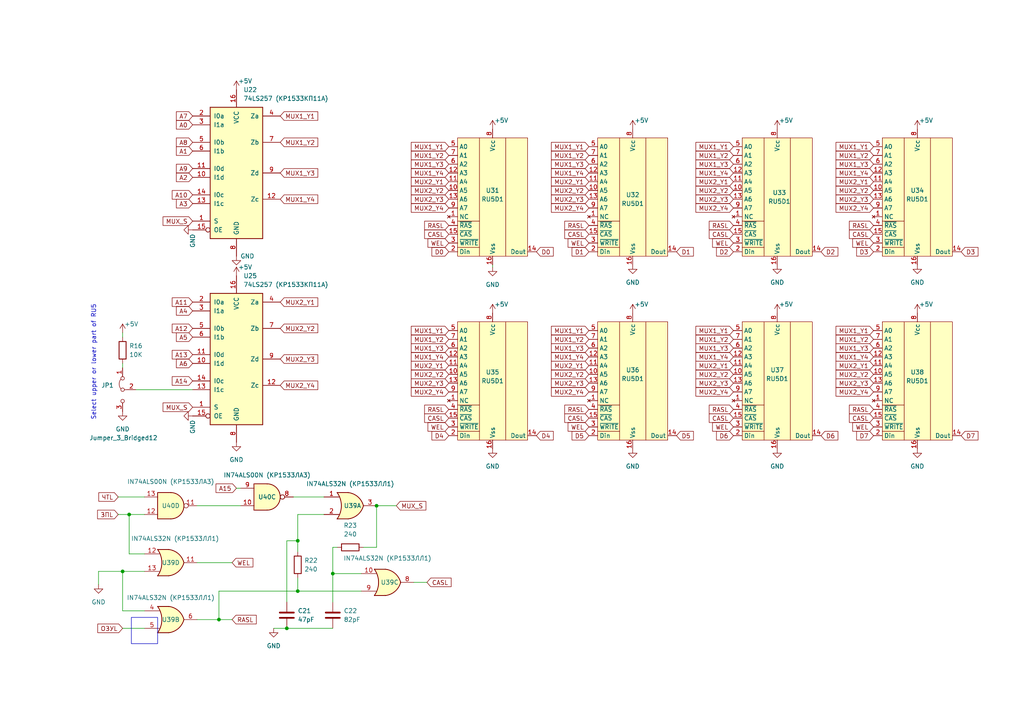
<source format=kicad_sch>
(kicad_sch (version 20250114) (generator "eeschema") (generator_version "9.0")
  (paper "A4")
  (title_block (comment 2 "Евстафьев"))
  (lib_symbols
    (symbol "Delta_s_m_Lib:74LS00" (pin_names (offset 1.016))
      (property "Reference" "U" (at 0 1.27 0))
      (property "Value" "74LS00" (at 0 -1.27 0))
      (symbol "74LS00_1_1"
        (arc (start 0 3.81) (mid 3.7934 0) (end 0 -3.81) (stroke (width 0.254)) (fill (type background)))
        (polyline (pts (xy 0 3.81) (xy -3.81 3.81) (xy -3.81 -3.81) (xy 0 -3.81)) (stroke (width 0.254)) (fill (type background)))
        (pin input line (at -7.62 2.54 0) (length 3.81) (name "~") (number "1"))
        (pin input line (at -7.62 -2.54 0) (length 3.81) (name "~") (number "2"))
        (pin output inverted (at 7.62 0 180) (length 3.81) (name "~") (number "3"))
      )
      (symbol "74LS00_1_2"
        (arc (start -3.81 3.81) (mid -2.589 0) (end -3.81 -3.81) (stroke (width 0.254)))
        (polyline (pts (xy -3.81 3.81) (xy -0.635 3.81)) (stroke (width 0.254)) (fill (type background)))
        (polyline (pts (xy -3.81 -3.81) (xy -0.635 -3.81)) (stroke (width 0.254)) (fill (type background)))
        (arc (start 3.81 0) (mid 2.1855 -2.584) (end -0.6096 -3.81) (stroke (width 0.254)) (fill (type background)))
        (arc (start -0.6096 3.81) (mid 2.1928 2.5924) (end 3.81 0) (stroke (width 0.254)) (fill (type background)))
        (polyline (pts (xy -0.635 3.81) (xy -3.81 3.81) (xy -3.81 3.81) (xy -3.556 3.4036) (xy -3.0226 2.2606) (xy -2.6924 1.0414) (xy -2.6162 -0.254) (xy -2.7686 -1.4986) (xy -3.175 -2.7178) (xy -3.81 -3.81) (xy -3.81 -3.81) (xy -0.635 -3.81)) (stroke (width -25.4)) (fill (type background)))
        (pin input inverted (at -7.62 2.54 0) (length 4.318) (name "~") (number "1"))
        (pin input inverted (at -7.62 -2.54 0) (length 4.318) (name "~") (number "2"))
        (pin output line (at 7.62 0 180) (length 3.81) (name "~") (number "3"))
      )
      (symbol "74LS00_2_1"
        (arc (start 0 3.81) (mid 3.7934 0) (end 0 -3.81) (stroke (width 0.254)) (fill (type background)))
        (polyline (pts (xy 0 3.81) (xy -3.81 3.81) (xy -3.81 -3.81) (xy 0 -3.81)) (stroke (width 0.254)) (fill (type background)))
        (pin input line (at -7.62 2.54 0) (length 3.81) (name "~") (number "4"))
        (pin input line (at -7.62 -2.54 0) (length 3.81) (name "~") (number "5"))
        (pin output inverted (at 7.62 0 180) (length 3.81) (name "~") (number "6"))
      )
      (symbol "74LS00_2_2"
        (arc (start -3.81 3.81) (mid -2.589 0) (end -3.81 -3.81) (stroke (width 0.254)))
        (polyline (pts (xy -3.81 3.81) (xy -0.635 3.81)) (stroke (width 0.254)) (fill (type background)))
        (polyline (pts (xy -3.81 -3.81) (xy -0.635 -3.81)) (stroke (width 0.254)) (fill (type background)))
        (arc (start 3.81 0) (mid 2.1855 -2.584) (end -0.6096 -3.81) (stroke (width 0.254)) (fill (type background)))
        (arc (start -0.6096 3.81) (mid 2.1928 2.5924) (end 3.81 0) (stroke (width 0.254)) (fill (type background)))
        (polyline (pts (xy -0.635 3.81) (xy -3.81 3.81) (xy -3.81 3.81) (xy -3.556 3.4036) (xy -3.0226 2.2606) (xy -2.6924 1.0414) (xy -2.6162 -0.254) (xy -2.7686 -1.4986) (xy -3.175 -2.7178) (xy -3.81 -3.81) (xy -3.81 -3.81) (xy -0.635 -3.81)) (stroke (width -25.4)) (fill (type background)))
        (pin input inverted (at -7.62 2.54 0) (length 4.318) (name "~") (number "4"))
        (pin input inverted (at -7.62 -2.54 0) (length 4.318) (name "~") (number "5"))
        (pin output line (at 7.62 0 180) (length 3.81) (name "~") (number "6"))
      )
      (symbol "74LS00_3_1"
        (arc (start 0 3.81) (mid 3.7934 0) (end 0 -3.81) (stroke (width 0.254)) (fill (type background)))
        (polyline (pts (xy 0 3.81) (xy -3.81 3.81) (xy -3.81 -3.81) (xy 0 -3.81)) (stroke (width 0.254)) (fill (type background)))
        (pin input line (at -7.62 2.54 0) (length 3.81) (name "~") (number "9"))
        (pin input line (at -7.62 -2.54 0) (length 3.81) (name "~") (number "10"))
        (pin output inverted (at 7.62 0 180) (length 3.81) (name "~") (number "8"))
      )
      (symbol "74LS00_3_2"
        (arc (start -3.81 3.81) (mid -2.589 0) (end -3.81 -3.81) (stroke (width 0.254)))
        (polyline (pts (xy -3.81 3.81) (xy -0.635 3.81)) (stroke (width 0.254)) (fill (type background)))
        (polyline (pts (xy -3.81 -3.81) (xy -0.635 -3.81)) (stroke (width 0.254)) (fill (type background)))
        (arc (start 3.81 0) (mid 2.1855 -2.584) (end -0.6096 -3.81) (stroke (width 0.254)) (fill (type background)))
        (arc (start -0.6096 3.81) (mid 2.1928 2.5924) (end 3.81 0) (stroke (width 0.254)) (fill (type background)))
        (polyline (pts (xy -0.635 3.81) (xy -3.81 3.81) (xy -3.81 3.81) (xy -3.556 3.4036) (xy -3.0226 2.2606) (xy -2.6924 1.0414) (xy -2.6162 -0.254) (xy -2.7686 -1.4986) (xy -3.175 -2.7178) (xy -3.81 -3.81) (xy -3.81 -3.81) (xy -0.635 -3.81)) (stroke (width -25.4)) (fill (type background)))
        (pin input inverted (at -7.62 2.54 0) (length 4.318) (name "~") (number "9"))
        (pin input inverted (at -7.62 -2.54 0) (length 4.318) (name "~") (number "10"))
        (pin output line (at 7.62 0 180) (length 3.81) (name "~") (number "8"))
      )
      (symbol "74LS00_4_1"
        (arc (start 0 3.81) (mid 3.7934 0) (end 0 -3.81) (stroke (width 0.254)) (fill (type background)))
        (polyline (pts (xy 0 3.81) (xy -3.81 3.81) (xy -3.81 -3.81) (xy 0 -3.81)) (stroke (width 0.254)) (fill (type background)))
        (pin input line (at -7.62 2.54 0) (length 3.81) (name "~") (number "12"))
        (pin input line (at -7.62 -2.54 0) (length 3.81) (name "~") (number "13"))
        (pin output inverted (at 7.62 0 180) (length 3.81) (name "~") (number "11"))
      )
      (symbol "74LS00_4_2"
        (arc (start -3.81 3.81) (mid -2.589 0) (end -3.81 -3.81) (stroke (width 0.254)))
        (polyline (pts (xy -3.81 3.81) (xy -0.635 3.81)) (stroke (width 0.254)) (fill (type background)))
        (polyline (pts (xy -3.81 -3.81) (xy -0.635 -3.81)) (stroke (width 0.254)) (fill (type background)))
        (arc (start 3.81 0) (mid 2.1855 -2.584) (end -0.6096 -3.81) (stroke (width 0.254)) (fill (type background)))
        (arc (start -0.6096 3.81) (mid 2.1928 2.5924) (end 3.81 0) (stroke (width 0.254)) (fill (type background)))
        (polyline (pts (xy -0.635 3.81) (xy -3.81 3.81) (xy -3.81 3.81) (xy -3.556 3.4036) (xy -3.0226 2.2606) (xy -2.6924 1.0414) (xy -2.6162 -0.254) (xy -2.7686 -1.4986) (xy -3.175 -2.7178) (xy -3.81 -3.81) (xy -3.81 -3.81) (xy -0.635 -3.81)) (stroke (width -25.4)) (fill (type background)))
        (pin input inverted (at -7.62 2.54 0) (length 4.318) (name "~") (number "12"))
        (pin input inverted (at -7.62 -2.54 0) (length 4.318) (name "~") (number "13"))
        (pin output line (at 7.62 0 180) (length 3.81) (name "~") (number "11"))
      )
      (symbol "74LS00_5_0"
        (pin power_in line (at 0 12.7 270) (length 5.08) (name "VCC") (number "14"))
        (pin power_in line (at 0 -12.7 90) (length 5.08) (name "GND") (number "7"))
      )
      (symbol "74LS00_5_1"
        (rectangle (start -5.08 7.62) (end 5.08 -7.62) (stroke (width 0.254)) (fill (type background)))
      )
    )
    (symbol "Delta_s_m_Lib:74LS257_(КР1533КП11А)_U22" (pin_names (offset 1.016))
      (property "Reference" "U22" (at 2.0194 22.86 0))
      (property "Value" "74LS257_(КР1533КП11А)_U22" (at 2.0194 20.32 0))
      (symbol "74LS257_(КР1533КП11А)_U22_1_0"
        (pin input line (at -12.7 15.24 0) (length 5.08) (name "I0a") (number "2"))
        (pin input line (at -12.7 12.7 0) (length 5.08) (name "I1a") (number "3"))
        (pin input line (at -12.7 7.62 0) (length 5.08) (name "I0b") (number "5"))
        (pin input line (at -12.7 5.08 0) (length 5.08) (name "I1b") (number "6"))
        (pin input line (at -12.7 0 0) (length 5.08) (name "I0d") (number "11"))
        (pin input line (at -12.7 -2.54 0) (length 5.08) (name "I1d") (number "10"))
        (pin input line (at -12.7 -7.62 0) (length 5.08) (name "I0c") (number "14"))
        (pin input line (at -12.7 -10.16 0) (length 5.08) (name "I1c") (number "13"))
        (pin input line (at -12.7 -15.24 0) (length 5.08) (name "S") (number "1"))
        (pin input inverted (at -12.7 -17.78 0) (length 5.08) (name "OE") (number "15"))
        (pin power_in line (at 0 22.86 270) (length 5.08) (name "VCC") (number "16"))
        (pin power_in line (at 0 -25.4 90) (length 5.08) (name "GND") (number "8"))
        (pin tri_state line (at 12.7 15.24 180) (length 5.08) (name "Za") (number "4"))
        (pin tri_state line (at 12.7 7.62 180) (length 5.08) (name "Zb") (number "7"))
        (pin tri_state line (at 12.7 -1.27 180) (length 5.08) (name "Zd") (number "9"))
        (pin tri_state line (at 12.7 -8.89 180) (length 5.08) (name "Zc") (number "12"))
      )
      (symbol "74LS257_(КР1533КП11А)_U22_1_1"
        (rectangle (start -7.62 17.78) (end 7.62 -20.32) (stroke (width 0.254)) (fill (type background)))
      )
    )
    (symbol "Delta_s_m_Lib:74LS257_(КР1533КП11А)_U25" (pin_names (offset 1.016))
      (property "Reference" "U25" (at 2.0194 22.86 0))
      (property "Value" "74LS257_(КР1533КП11А)_U25" (at 2.0194 20.32 0))
      (symbol "74LS257_(КР1533КП11А)_U25_1_0"
        (pin input line (at -12.7 15.24 0) (length 5.08) (name "I0a") (number "2"))
        (pin input line (at -12.7 12.7 0) (length 5.08) (name "I1a") (number "3"))
        (pin input line (at -12.7 7.62 0) (length 5.08) (name "I0b") (number "5"))
        (pin input line (at -12.7 5.08 0) (length 5.08) (name "I1b") (number "6"))
        (pin input line (at -12.7 0 0) (length 5.08) (name "I0d") (number "11"))
        (pin input line (at -12.7 -2.54 0) (length 5.08) (name "I1d") (number "10"))
        (pin input line (at -12.7 -7.62 0) (length 5.08) (name "I0c") (number "14"))
        (pin input line (at -12.7 -10.16 0) (length 5.08) (name "I1c") (number "13"))
        (pin input line (at -12.7 -15.24 0) (length 5.08) (name "S") (number "1"))
        (pin input inverted (at -12.7 -17.78 0) (length 5.08) (name "OE") (number "15"))
        (pin power_in line (at 0 22.86 270) (length 5.08) (name "VCC") (number "16"))
        (pin power_in line (at 0 -25.4 90) (length 5.08) (name "GND") (number "8"))
        (pin tri_state line (at 12.7 15.24 180) (length 5.08) (name "Za") (number "4"))
        (pin tri_state line (at 12.7 7.62 180) (length 5.08) (name "Zb") (number "7"))
        (pin tri_state line (at 12.7 -1.27 180) (length 5.08) (name "Zd") (number "9"))
        (pin tri_state line (at 12.7 -8.89 180) (length 5.08) (name "Zc") (number "12"))
      )
      (symbol "74LS257_(КР1533КП11А)_U25_1_1"
        (rectangle (start -7.62 17.78) (end 7.62 -20.32) (stroke (width 0.254)) (fill (type background)))
      )
    )
    (symbol "Delta_s_m_Lib:74LS32" (pin_names (offset 1.016))
      (property "Reference" "U" (at 0 1.27 0))
      (property "Value" "74LS32" (at 0 -1.27 0))
      (symbol "74LS32_1_1"
        (arc (start -3.81 3.81) (mid -2.589 0) (end -3.81 -3.81) (stroke (width 0.254)))
        (polyline (pts (xy -3.81 3.81) (xy -0.635 3.81)) (stroke (width 0.254)) (fill (type background)))
        (polyline (pts (xy -3.81 -3.81) (xy -0.635 -3.81)) (stroke (width 0.254)) (fill (type background)))
        (arc (start 3.81 0) (mid 2.1855 -2.584) (end -0.6096 -3.81) (stroke (width 0.254)) (fill (type background)))
        (arc (start -0.6096 3.81) (mid 2.1928 2.5924) (end 3.81 0) (stroke (width 0.254)) (fill (type background)))
        (polyline (pts (xy -0.635 3.81) (xy -3.81 3.81) (xy -3.81 3.81) (xy -3.556 3.4036) (xy -3.0226 2.2606) (xy -2.6924 1.0414) (xy -2.6162 -0.254) (xy -2.7686 -1.4986) (xy -3.175 -2.7178) (xy -3.81 -3.81) (xy -3.81 -3.81) (xy -0.635 -3.81)) (stroke (width -25.4)) (fill (type background)))
        (pin input line (at -7.62 2.54 0) (length 4.318) (name "~") (number "1"))
        (pin input line (at -7.62 -2.54 0) (length 4.318) (name "~") (number "2"))
        (pin output line (at 7.62 0 180) (length 3.81) (name "~") (number "3"))
      )
      (symbol "74LS32_1_2"
        (arc (start 0 3.81) (mid 3.7934 0) (end 0 -3.81) (stroke (width 0.254)) (fill (type background)))
        (polyline (pts (xy 0 3.81) (xy -3.81 3.81) (xy -3.81 -3.81) (xy 0 -3.81)) (stroke (width 0.254)) (fill (type background)))
        (pin input inverted (at -7.62 2.54 0) (length 3.81) (name "~") (number "1"))
        (pin input inverted (at -7.62 -2.54 0) (length 3.81) (name "~") (number "2"))
        (pin output inverted (at 7.62 0 180) (length 3.81) (name "~") (number "3"))
      )
      (symbol "74LS32_2_1"
        (arc (start -3.81 3.81) (mid -2.589 0) (end -3.81 -3.81) (stroke (width 0.254)))
        (polyline (pts (xy -3.81 3.81) (xy -0.635 3.81)) (stroke (width 0.254)) (fill (type background)))
        (polyline (pts (xy -3.81 -3.81) (xy -0.635 -3.81)) (stroke (width 0.254)) (fill (type background)))
        (arc (start 3.81 0) (mid 2.1855 -2.584) (end -0.6096 -3.81) (stroke (width 0.254)) (fill (type background)))
        (arc (start -0.6096 3.81) (mid 2.1928 2.5924) (end 3.81 0) (stroke (width 0.254)) (fill (type background)))
        (polyline (pts (xy -0.635 3.81) (xy -3.81 3.81) (xy -3.81 3.81) (xy -3.556 3.4036) (xy -3.0226 2.2606) (xy -2.6924 1.0414) (xy -2.6162 -0.254) (xy -2.7686 -1.4986) (xy -3.175 -2.7178) (xy -3.81 -3.81) (xy -3.81 -3.81) (xy -0.635 -3.81)) (stroke (width -25.4)) (fill (type background)))
        (pin input line (at -7.62 2.54 0) (length 4.318) (name "~") (number "4"))
        (pin input line (at -7.62 -2.54 0) (length 4.318) (name "~") (number "5"))
        (pin output line (at 7.62 0 180) (length 3.81) (name "~") (number "6"))
      )
      (symbol "74LS32_2_2"
        (arc (start 0 3.81) (mid 3.7934 0) (end 0 -3.81) (stroke (width 0.254)) (fill (type background)))
        (polyline (pts (xy 0 3.81) (xy -3.81 3.81) (xy -3.81 -3.81) (xy 0 -3.81)) (stroke (width 0.254)) (fill (type background)))
        (pin input inverted (at -7.62 2.54 0) (length 3.81) (name "~") (number "4"))
        (pin input inverted (at -7.62 -2.54 0) (length 3.81) (name "~") (number "5"))
        (pin output inverted (at 7.62 0 180) (length 3.81) (name "~") (number "6"))
      )
      (symbol "74LS32_3_1"
        (arc (start -3.81 3.81) (mid -2.589 0) (end -3.81 -3.81) (stroke (width 0.254)))
        (polyline (pts (xy -3.81 3.81) (xy -0.635 3.81)) (stroke (width 0.254)) (fill (type background)))
        (polyline (pts (xy -3.81 -3.81) (xy -0.635 -3.81)) (stroke (width 0.254)) (fill (type background)))
        (arc (start 3.81 0) (mid 2.1855 -2.584) (end -0.6096 -3.81) (stroke (width 0.254)) (fill (type background)))
        (arc (start -0.6096 3.81) (mid 2.1928 2.5924) (end 3.81 0) (stroke (width 0.254)) (fill (type background)))
        (polyline (pts (xy -0.635 3.81) (xy -3.81 3.81) (xy -3.81 3.81) (xy -3.556 3.4036) (xy -3.0226 2.2606) (xy -2.6924 1.0414) (xy -2.6162 -0.254) (xy -2.7686 -1.4986) (xy -3.175 -2.7178) (xy -3.81 -3.81) (xy -3.81 -3.81) (xy -0.635 -3.81)) (stroke (width -25.4)) (fill (type background)))
        (pin input line (at -7.62 2.54 0) (length 4.318) (name "~") (number "9"))
        (pin input line (at -7.62 -2.54 0) (length 4.318) (name "~") (number "10"))
        (pin output line (at 7.62 0 180) (length 3.81) (name "~") (number "8"))
      )
      (symbol "74LS32_3_2"
        (arc (start 0 3.81) (mid 3.7934 0) (end 0 -3.81) (stroke (width 0.254)) (fill (type background)))
        (polyline (pts (xy 0 3.81) (xy -3.81 3.81) (xy -3.81 -3.81) (xy 0 -3.81)) (stroke (width 0.254)) (fill (type background)))
        (pin input inverted (at -7.62 2.54 0) (length 3.81) (name "~") (number "9"))
        (pin input inverted (at -7.62 -2.54 0) (length 3.81) (name "~") (number "10"))
        (pin output inverted (at 7.62 0 180) (length 3.81) (name "~") (number "8"))
      )
      (symbol "74LS32_4_1"
        (arc (start -3.81 3.81) (mid -2.589 0) (end -3.81 -3.81) (stroke (width 0.254)))
        (polyline (pts (xy -3.81 3.81) (xy -0.635 3.81)) (stroke (width 0.254)) (fill (type background)))
        (polyline (pts (xy -3.81 -3.81) (xy -0.635 -3.81)) (stroke (width 0.254)) (fill (type background)))
        (arc (start 3.81 0) (mid 2.1855 -2.584) (end -0.6096 -3.81) (stroke (width 0.254)) (fill (type background)))
        (arc (start -0.6096 3.81) (mid 2.1928 2.5924) (end 3.81 0) (stroke (width 0.254)) (fill (type background)))
        (polyline (pts (xy -0.635 3.81) (xy -3.81 3.81) (xy -3.81 3.81) (xy -3.556 3.4036) (xy -3.0226 2.2606) (xy -2.6924 1.0414) (xy -2.6162 -0.254) (xy -2.7686 -1.4986) (xy -3.175 -2.7178) (xy -3.81 -3.81) (xy -3.81 -3.81) (xy -0.635 -3.81)) (stroke (width -25.4)) (fill (type background)))
        (pin input line (at -7.62 2.54 0) (length 4.318) (name "~") (number "12"))
        (pin input line (at -7.62 -2.54 0) (length 4.318) (name "~") (number "13"))
        (pin output line (at 7.62 0 180) (length 3.81) (name "~") (number "11"))
      )
      (symbol "74LS32_4_2"
        (arc (start 0 3.81) (mid 3.7934 0) (end 0 -3.81) (stroke (width 0.254)) (fill (type background)))
        (polyline (pts (xy 0 3.81) (xy -3.81 3.81) (xy -3.81 -3.81) (xy 0 -3.81)) (stroke (width 0.254)) (fill (type background)))
        (pin input inverted (at -7.62 2.54 0) (length 3.81) (name "~") (number "12"))
        (pin input inverted (at -7.62 -2.54 0) (length 3.81) (name "~") (number "13"))
        (pin output inverted (at 7.62 0 180) (length 3.81) (name "~") (number "11"))
      )
      (symbol "74LS32_5_0"
        (pin power_in line (at 0 12.7 270) (length 5.08) (name "VCC") (number "14"))
        (pin power_in line (at 0 -12.7 90) (length 5.08) (name "GND") (number "7"))
      )
      (symbol "74LS32_5_1"
        (rectangle (start -5.08 7.62) (end 5.08 -7.62) (stroke (width 0.254)) (fill (type background)))
      )
    )
    (symbol "Delta_s_m_Lib:C" (pin_numbers (hide yes)) (pin_names (offset 0.254))
      (property "Reference" "C" (at 0.635 2.54 0))
      (property "Value" "C" (at 0.635 -2.54 0))
      (symbol "C_0_1"
        (polyline (pts (xy -2.032 0.762) (xy 2.032 0.762)) (stroke (width 0.508)))
        (polyline (pts (xy -2.032 -0.762) (xy 2.032 -0.762)) (stroke (width 0.508)))
      )
      (symbol "C_1_1"
        (pin passive line (at 0 3.81 270) (length 2.794) (name "~") (number "1"))
        (pin passive line (at 0 -3.81 90) (length 2.794) (name "~") (number "2"))
      )
    )
    (symbol "Delta_s_m_Lib:Jumper_3_Bridged12" (pin_names (offset 0) (hide yes))
      (property "Reference" "JP" (at -2.54 -2.54 0))
      (property "Value" "Jumper_3_Bridged12" (at 0 2.794 0))
      (symbol "Jumper_3_Bridged12_0_0"
        (circle (center -3.302 0) (radius 0.508))
        (circle (center 0 0) (radius 0.508))
        (circle (center 3.302 0) (radius 0.508))
      )
      (symbol "Jumper_3_Bridged12_0_1"
        (arc (start -3.048 0.508) (mid -1.651 0.9912) (end -0.254 0.508))
        (polyline (pts (xy 0 -1.27) (xy 0 -0.508)))
      )
      (symbol "Jumper_3_Bridged12_1_1"
        (pin passive line (at -6.35 0 0) (length 2.54) (name "A") (number "1"))
        (pin passive line (at 0 -3.81 90) (length 2.54) (name "C") (number "2"))
        (pin passive line (at 6.35 0 180) (length 2.54) (name "B") (number "3"))
      )
    )
    (symbol "Delta_s_m_Lib:R" (pin_numbers (hide yes)) (pin_names (offset 0))
      (property "Reference" "R" (at 2.032 0 90))
      (property "Value" "R" (at 0 0 90))
      (symbol "R_0_1"
        (rectangle (start -1.016 -2.54) (end 1.016 2.54) (stroke (width 0.254)))
      )
      (symbol "R_1_1"
        (pin passive line (at 0 3.81 270) (length 1.27) (name "~") (number "1"))
        (pin passive line (at 0 -3.81 90) (length 1.27) (name "~") (number "2"))
      )
    )
    (symbol "Delta_s_m_Lib:RU5D1"
      (property "Reference" "U35" (at 3.81 -3.175 0))
      (property "Value" "RU5D1" (at 3.81 -5.715 0))
      (symbol "RU5D1_0_0"
        (pin bidirectional line (at -8.89 8.89 0) (length 2.54) (name "A0") (number "5"))
        (pin bidirectional line (at -8.89 6.35 0) (length 2.54) (name "A1") (number "7"))
        (pin bidirectional line (at -8.89 3.81 0) (length 2.54) (name "A2") (number "6"))
        (pin bidirectional line (at -8.89 1.27 0) (length 2.54) (name "A3") (number "12"))
        (pin bidirectional line (at -8.89 -1.27 0) (length 2.54) (name "A4") (number "11"))
        (pin bidirectional line (at -8.89 -3.81 0) (length 2.54) (name "A5") (number "10"))
        (pin bidirectional line (at -8.89 -6.35 0) (length 2.54) (name "A6") (number "13"))
        (pin bidirectional line (at -8.89 -8.89 0) (length 2.54) (name "A7") (number "9"))
        (pin no_connect line (at -8.89 -11.43 0) (length 2.54) (name "NC") (number "1"))
        (pin bidirectional line (at -8.89 -13.97 0) (length 2.54) (name "~{RAS}") (number "4"))
        (pin bidirectional line (at -8.89 -16.51 0) (length 2.54) (name "~{CAS}") (number "15"))
        (pin bidirectional line (at -8.89 -19.05 0) (length 2.54) (name "~{WRITE}") (number "3"))
        (pin bidirectional line (at -8.89 -21.59 0) (length 2.54) (name "Din") (number "2"))
        (pin power_in line (at 3.81 13.97 270) (length 2.54) (name "Vcc") (number "8"))
        (pin power_in line (at 3.81 -25.4 90) (length 2.54) (name "Vss") (number "16"))
        (pin bidirectional line (at 16.51 -21.59 180) (length 2.54) (name "Dout") (number "14"))
      )
      (symbol "RU5D1_0_1"
        (rectangle (start -6.35 11.43) (end 13.97 -22.86) (fill (type background)))
        (polyline (pts (xy -6.35 -12.7) (xy 0 -12.7)))
        (polyline (pts (xy -6.35 -20.32) (xy 0 -20.32)))
        (polyline (pts (xy 0 -22.86) (xy 0 11.43)))
        (polyline (pts (xy 7.62 -22.86) (xy 7.62 11.43)))
      )
    )
    (symbol "RU5D1_5"
      (property "Reference" "U35" (at 3.81 -3.175 0))
      (property "Value" "RU5D1_5" (at 3.81 -5.715 0))
      (symbol "RU5D1_5_0_0"
        (pin bidirectional line (at -8.89 8.89 0) (length 2.54) (name "A0") (number "5"))
        (pin bidirectional line (at -8.89 6.35 0) (length 2.54) (name "A1") (number "7"))
        (pin bidirectional line (at -8.89 3.81 0) (length 2.54) (name "A2") (number "6"))
        (pin bidirectional line (at -8.89 1.27 0) (length 2.54) (name "A3") (number "12"))
        (pin bidirectional line (at -8.89 -1.27 0) (length 2.54) (name "A4") (number "11"))
        (pin bidirectional line (at -8.89 -3.81 0) (length 2.54) (name "A5") (number "10"))
        (pin bidirectional line (at -8.89 -6.35 0) (length 2.54) (name "A6") (number "13"))
        (pin bidirectional line (at -8.89 -8.89 0) (length 2.54) (name "A7") (number "9"))
        (pin no_connect line (at -8.89 -11.43 0) (length 2.54) (name "NC") (number "1"))
        (pin bidirectional line (at -8.89 -13.97 0) (length 2.54) (name "~{RAS}") (number "4"))
        (pin bidirectional line (at -8.89 -16.51 0) (length 2.54) (name "~{CAS}") (number "15"))
        (pin bidirectional line (at -8.89 -19.05 0) (length 2.54) (name "~{WRITE}") (number "3"))
        (pin bidirectional line (at -8.89 -21.59 0) (length 2.54) (name "Din") (number "2"))
        (pin power_in line (at 3.81 13.97 270) (length 2.54) (name "Vcc") (number "8"))
        (pin power_in line (at 3.81 -25.4 90) (length 2.54) (name "Vss") (number "16"))
        (pin bidirectional line (at 16.51 -21.59 180) (length 2.54) (name "Dout") (number "14"))
      )
      (symbol "RU5D1_5_0_1"
        (rectangle (start -6.35 11.43) (end 13.97 -22.86) (fill (type background)))
        (polyline (pts (xy -6.35 -12.7) (xy 0 -12.7)))
        (polyline (pts (xy -6.35 -20.32) (xy 0 -20.32)))
        (polyline (pts (xy 0 -22.86) (xy 0 11.43)))
        (polyline (pts (xy 7.62 -22.86) (xy 7.62 11.43)))
      )
    )
    (symbol "RU5D1_6"
      (property "Reference" "U35" (at 3.81 -3.175 0))
      (property "Value" "RU5D1_6" (at 3.81 -5.715 0))
      (symbol "RU5D1_6_0_0"
        (pin bidirectional line (at -8.89 8.89 0) (length 2.54) (name "A0") (number "5"))
        (pin bidirectional line (at -8.89 6.35 0) (length 2.54) (name "A1") (number "7"))
        (pin bidirectional line (at -8.89 3.81 0) (length 2.54) (name "A2") (number "6"))
        (pin bidirectional line (at -8.89 1.27 0) (length 2.54) (name "A3") (number "12"))
        (pin bidirectional line (at -8.89 -1.27 0) (length 2.54) (name "A4") (number "11"))
        (pin bidirectional line (at -8.89 -3.81 0) (length 2.54) (name "A5") (number "10"))
        (pin bidirectional line (at -8.89 -6.35 0) (length 2.54) (name "A6") (number "13"))
        (pin bidirectional line (at -8.89 -8.89 0) (length 2.54) (name "A7") (number "9"))
        (pin no_connect line (at -8.89 -11.43 0) (length 2.54) (name "NC") (number "1"))
        (pin bidirectional line (at -8.89 -13.97 0) (length 2.54) (name "~{RAS}") (number "4"))
        (pin bidirectional line (at -8.89 -16.51 0) (length 2.54) (name "~{CAS}") (number "15"))
        (pin bidirectional line (at -8.89 -19.05 0) (length 2.54) (name "~{WRITE}") (number "3"))
        (pin bidirectional line (at -8.89 -21.59 0) (length 2.54) (name "Din") (number "2"))
        (pin power_in line (at 3.81 13.97 270) (length 2.54) (name "Vcc") (number "8"))
        (pin power_in line (at 3.81 -25.4 90) (length 2.54) (name "Vss") (number "16"))
        (pin bidirectional line (at 16.51 -21.59 180) (length 2.54) (name "Dout") (number "14"))
      )
      (symbol "RU5D1_6_0_1"
        (rectangle (start -6.35 11.43) (end 13.97 -22.86) (fill (type background)))
        (polyline (pts (xy -6.35 -12.7) (xy 0 -12.7)))
        (polyline (pts (xy -6.35 -20.32) (xy 0 -20.32)))
        (polyline (pts (xy 0 -22.86) (xy 0 11.43)))
        (polyline (pts (xy 7.62 -22.86) (xy 7.62 11.43)))
      )
    )
    (symbol "power:+5V" (power) (pin_names (offset 0))
      (property "Value" "+5V" (at 0 3.556 0))
      (symbol "+5V_0_1"
        (polyline (pts (xy -0.762 1.27) (xy 0 2.54)))
        (polyline (pts (xy 0 2.54) (xy 0.762 1.27)))
        (polyline (pts (xy 0 0) (xy 0 2.54)))
      )
      (symbol "+5V_1_1"
        (pin power_in line (at 0 0 90) (length 0) (hide yes) (name "+5V") (number "1"))
      )
    )
    (symbol "power:GND" (power) (pin_names (offset 0))
      (property "Value" "GND" (at 0 -3.81 0))
      (symbol "GND_0_1"
        (polyline (pts (xy 0 0) (xy 0 -1.27) (xy 1.27 -1.27) (xy 0 -2.54) (xy -1.27 -1.27) (xy 0 -1.27)))
      )
      (symbol "GND_1_1"
        (pin power_in line (at 0 0 270) (length 0) (hide yes) (name "GND") (number "1"))
      )
    )
  )
  (rectangle (start 38.1 179.07) (end 45.72 186.69))
  (text "Select upper or lower part of RU5" (at 27.94 121.92 90) (effects (font (size 1.27 1.27)) (justify left bottom)))
  (junction (at 86.36 171.45))
  (junction (at 83.185 182.245))
  (junction (at 86.36 156.845))
  (junction (at 63.5 179.705))
  (junction (at 37.465 149.225))
  (junction (at 35.56 165.735))
  (junction (at 109.22 146.685))
  (junction (at 96.52 166.37))
  (wire (pts (xy 35.56 165.735) (xy 41.91 165.735)))
  (wire (pts (xy 68.58 141.605) (xy 69.85 141.605)))
  (wire (pts (xy 67.31 179.705) (xy 63.5 179.705)))
  (wire (pts (xy 86.36 156.845) (xy 86.36 160.02)))
  (wire (pts (xy 86.36 171.45) (xy 104.775 171.45)))
  (wire (pts (xy 34.29 144.145) (xy 41.91 144.145)))
  (wire (pts (xy 37.465 149.225) (xy 37.465 160.655)))
  (wire (pts (xy 105.41 158.75) (xy 109.22 158.75)))
  (wire (pts (xy 63.5 171.45) (xy 63.5 179.705)))
  (wire (pts (xy 35.56 165.735) (xy 35.56 177.165)))
  (wire (pts (xy 39.37 113.03) (xy 55.88 113.03)))
  (wire (pts (xy 35.56 96.52) (xy 35.56 97.79)))
  (wire (pts (xy 35.56 182.245) (xy 41.91 182.245)))
  (wire (pts (xy 28.575 169.545) (xy 28.575 165.735)))
  (wire (pts (xy 67.31 163.195) (xy 57.15 163.195)))
  (wire (pts (xy 93.98 149.225) (xy 86.36 149.225)))
  (wire (pts (xy 79.375 182.245) (xy 83.185 182.245)))
  (wire (pts (xy 142.875 76.835) (xy 142.875 77.47)))
  (wire (pts (xy 86.36 167.64) (xy 86.36 171.45)))
  (wire (pts (xy 109.22 146.685) (xy 114.935 146.685)))
  (wire (pts (xy 35.56 105.41) (xy 35.56 106.68)))
  (wire (pts (xy 96.52 158.75) (xy 96.52 166.37)))
  (wire (pts (xy 96.52 166.37) (xy 96.52 174.625)))
  (wire (pts (xy 104.775 166.37) (xy 96.52 166.37)))
  (wire (pts (xy 57.15 146.685) (xy 69.85 146.685)))
  (wire (pts (xy 83.185 174.625) (xy 83.185 156.845)))
  (wire (pts (xy 96.52 158.75) (xy 97.79 158.75)))
  (wire (pts (xy 83.185 182.245) (xy 96.52 182.245)))
  (wire (pts (xy 37.465 160.655) (xy 41.91 160.655)))
  (wire (pts (xy 86.36 171.45) (xy 63.5 171.45)))
  (wire (pts (xy 93.98 144.145) (xy 85.09 144.145)))
  (wire (pts (xy 37.465 149.225) (xy 41.91 149.225)))
  (wire (pts (xy 63.5 179.705) (xy 57.15 179.705)))
  (wire (pts (xy 34.29 149.225) (xy 37.465 149.225)))
  (wire (pts (xy 83.185 156.845) (xy 86.36 156.845)))
  (wire (pts (xy 35.56 177.165) (xy 41.91 177.165)))
  (wire (pts (xy 28.575 165.735) (xy 35.56 165.735)))
  (wire (pts (xy 123.825 168.91) (xy 120.015 168.91)))
  (wire (pts (xy 109.22 158.75) (xy 109.22 146.685)))
  (wire (pts (xy 86.36 149.225) (xy 86.36 156.845)))
  (global_label "A5" (shape input) (at 55.88 97.79 180) (property "Intersheetrefs" "${INTERSHEET_REFS}" (effects (hide yes))))
  (global_label "CASL" (shape input) (at 212.725 121.285 180) (property "Intersheetrefs" "${INTERSHEET_REFS}" (effects (hide yes))))
  (global_label "MUX2_Y3" (shape input) (at 170.815 57.785 180) (property "Intersheetrefs" "${INTERSHEET_REFS}" (effects (hide yes))))
  (global_label "MUX2_Y2" (shape input) (at 130.175 108.585 180) (property "Intersheetrefs" "${INTERSHEET_REFS}" (effects (hide yes))))
  (global_label "A15" (shape input) (at 68.58 141.605 180) (property "Intersheetrefs" "${INTERSHEET_REFS}" (effects (hide yes))))
  (global_label "MUX2_Y4" (shape input) (at 212.725 113.665 180) (property "Intersheetrefs" "${INTERSHEET_REFS}" (effects (hide yes))))
  (global_label "RASL" (shape input) (at 253.365 65.405 180) (property "Intersheetrefs" "${INTERSHEET_REFS}" (effects (hide yes))))
  (global_label "MUX1_Y1" (shape input) (at 130.175 42.545 180) (property "Intersheetrefs" "${INTERSHEET_REFS}" (effects (hide yes))))
  (global_label "A7" (shape input) (at 55.88 33.655 180) (property "Intersheetrefs" "${INTERSHEET_REFS}" (effects (hide yes))))
  (global_label "MUX1_Y1" (shape input) (at 130.175 95.885 180) (property "Intersheetrefs" "${INTERSHEET_REFS}" (effects (hide yes))))
  (global_label "CASL" (shape input) (at 170.815 67.945 180) (property "Intersheetrefs" "${INTERSHEET_REFS}" (effects (hide yes))))
  (global_label "MUX_S" (shape input) (at 55.88 118.11 180) (property "Intersheetrefs" "${INTERSHEET_REFS}" (effects (hide yes))))
  (global_label "MUX2_Y4" (shape input) (at 212.725 60.325 180) (property "Intersheetrefs" "${INTERSHEET_REFS}" (effects (hide yes))))
  (global_label "ЧТL" (shape input) (at 34.29 144.145 180) (property "Intersheetrefs" "${INTERSHEET_REFS}" (effects (hide yes))))
  (global_label "MUX1_Y1" (shape input) (at 81.28 33.655 0) (property "Intersheetrefs" "${INTERSHEET_REFS}" (effects (hide yes))))
  (global_label "RASL" (shape input) (at 130.175 65.405 180) (property "Intersheetrefs" "${INTERSHEET_REFS}" (effects (hide yes))))
  (global_label "A1" (shape input) (at 55.88 43.815 180) (property "Intersheetrefs" "${INTERSHEET_REFS}" (effects (hide yes))))
  (global_label "A14" (shape input) (at 55.88 110.49 180) (property "Intersheetrefs" "${INTERSHEET_REFS}" (effects (hide yes))))
  (global_label "MUX2_Y4" (shape input) (at 253.365 60.325 180) (property "Intersheetrefs" "${INTERSHEET_REFS}" (effects (hide yes))))
  (global_label "MUX1_Y1" (shape input) (at 170.815 95.885 180) (property "Intersheetrefs" "${INTERSHEET_REFS}" (effects (hide yes))))
  (global_label "MUX1_Y4" (shape input) (at 130.175 103.505 180) (property "Intersheetrefs" "${INTERSHEET_REFS}" (effects (hide yes))))
  (global_label "MUX2_Y2" (shape input) (at 81.28 95.25 0) (property "Intersheetrefs" "${INTERSHEET_REFS}" (effects (hide yes))))
  (global_label "A4" (shape input) (at 55.88 90.17 180) (property "Intersheetrefs" "${INTERSHEET_REFS}" (effects (hide yes))))
  (global_label "A0" (shape input) (at 55.88 36.195 180) (property "Intersheetrefs" "${INTERSHEET_REFS}" (effects (hide yes))))
  (global_label "MUX1_Y2" (shape input) (at 253.365 98.425 180) (property "Intersheetrefs" "${INTERSHEET_REFS}" (effects (hide yes))))
  (global_label "MUX1_Y4" (shape input) (at 212.725 103.505 180) (property "Intersheetrefs" "${INTERSHEET_REFS}" (effects (hide yes))))
  (global_label "MUX1_Y1" (shape input) (at 212.725 95.885 180) (property "Intersheetrefs" "${INTERSHEET_REFS}" (effects (hide yes))))
  (global_label "WEL" (shape input) (at 130.175 123.825 180) (property "Intersheetrefs" "${INTERSHEET_REFS}" (effects (hide yes))))
  (global_label "MUX2_Y3" (shape input) (at 212.725 57.785 180) (property "Intersheetrefs" "${INTERSHEET_REFS}" (effects (hide yes))))
  (global_label "CASL" (shape input) (at 212.725 67.945 180) (property "Intersheetrefs" "${INTERSHEET_REFS}" (effects (hide yes))))
  (global_label "WEL" (shape input) (at 67.31 163.195 0) (property "Intersheetrefs" "${INTERSHEET_REFS}" (effects (hide yes))))
  (global_label "D4" (shape input) (at 130.175 126.365 180) (property "Intersheetrefs" "${INTERSHEET_REFS}" (effects (hide yes))))
  (global_label "MUX1_Y2" (shape input) (at 253.365 45.085 180) (property "Intersheetrefs" "${INTERSHEET_REFS}" (effects (hide yes))))
  (global_label "MUX2_Y4" (shape input) (at 81.28 111.76 0) (property "Intersheetrefs" "${INTERSHEET_REFS}" (effects (hide yes))))
  (global_label "CASL" (shape input) (at 123.825 168.91 0) (property "Intersheetrefs" "${INTERSHEET_REFS}" (effects (hide yes))))
  (global_label "MUX1_Y1" (shape input) (at 253.365 95.885 180) (property "Intersheetrefs" "${INTERSHEET_REFS}" (effects (hide yes))))
  (global_label "MUX2_Y2" (shape input) (at 170.815 55.245 180) (property "Intersheetrefs" "${INTERSHEET_REFS}" (effects (hide yes))))
  (global_label "MUX1_Y4" (shape input) (at 253.365 103.505 180) (property "Intersheetrefs" "${INTERSHEET_REFS}" (effects (hide yes))))
  (global_label "MUX2_Y1" (shape input) (at 81.28 87.63 0) (property "Intersheetrefs" "${INTERSHEET_REFS}" (effects (hide yes))))
  (global_label "MUX2_Y3" (shape input) (at 130.175 57.785 180) (property "Intersheetrefs" "${INTERSHEET_REFS}" (effects (hide yes))))
  (global_label "MUX2_Y3" (shape input) (at 170.815 111.125 180) (property "Intersheetrefs" "${INTERSHEET_REFS}" (effects (hide yes))))
  (global_label "D6" (shape input) (at 212.725 126.365 180) (property "Intersheetrefs" "${INTERSHEET_REFS}" (effects (hide yes))))
  (global_label "D0" (shape input) (at 155.575 73.025 0) (property "Intersheetrefs" "${INTERSHEET_REFS}" (effects (hide yes))))
  (global_label "MUX2_Y1" (shape input) (at 253.365 106.045 180) (property "Intersheetrefs" "${INTERSHEET_REFS}" (effects (hide yes))))
  (global_label "A10" (shape input) (at 55.88 56.515 180) (property "Intersheetrefs" "${INTERSHEET_REFS}" (effects (hide yes))))
  (global_label "MUX1_Y4" (shape input) (at 81.28 57.785 0) (property "Intersheetrefs" "${INTERSHEET_REFS}" (effects (hide yes))))
  (global_label "RASL" (shape input) (at 253.365 118.745 180) (property "Intersheetrefs" "${INTERSHEET_REFS}" (effects (hide yes))))
  (global_label "MUX_S" (shape input) (at 114.935 146.685 0) (property "Intersheetrefs" "${INTERSHEET_REFS}" (effects (hide yes))))
  (global_label "MUX1_Y1" (shape input) (at 170.815 42.545 180) (property "Intersheetrefs" "${INTERSHEET_REFS}" (effects (hide yes))))
  (global_label "CASL" (shape input) (at 130.175 67.945 180) (property "Intersheetrefs" "${INTERSHEET_REFS}" (effects (hide yes))))
  (global_label "MUX1_Y3" (shape input) (at 130.175 100.965 180) (property "Intersheetrefs" "${INTERSHEET_REFS}" (effects (hide yes))))
  (global_label "MUX1_Y4" (shape input) (at 170.815 50.165 180) (property "Intersheetrefs" "${INTERSHEET_REFS}" (effects (hide yes))))
  (global_label "WEL" (shape input) (at 253.365 123.825 180) (property "Intersheetrefs" "${INTERSHEET_REFS}" (effects (hide yes))))
  (global_label "D1" (shape input) (at 170.815 73.025 180) (property "Intersheetrefs" "${INTERSHEET_REFS}" (effects (hide yes))))
  (global_label "RASL" (shape input) (at 130.175 118.745 180) (property "Intersheetrefs" "${INTERSHEET_REFS}" (effects (hide yes))))
  (global_label "A8" (shape input) (at 55.88 41.275 180) (property "Intersheetrefs" "${INTERSHEET_REFS}" (effects (hide yes))))
  (global_label "MUX1_Y2" (shape input) (at 212.725 98.425 180) (property "Intersheetrefs" "${INTERSHEET_REFS}" (effects (hide yes))))
  (global_label "MUX2_Y2" (shape input) (at 130.175 55.245 180) (property "Intersheetrefs" "${INTERSHEET_REFS}" (effects (hide yes))))
  (global_label "D2" (shape input) (at 212.725 73.025 180) (property "Intersheetrefs" "${INTERSHEET_REFS}" (effects (hide yes))))
  (global_label "MUX1_Y4" (shape input) (at 253.365 50.165 180) (property "Intersheetrefs" "${INTERSHEET_REFS}" (effects (hide yes))))
  (global_label "MUX2_Y3" (shape input) (at 130.175 111.125 180) (property "Intersheetrefs" "${INTERSHEET_REFS}" (effects (hide yes))))
  (global_label "RASL" (shape input) (at 212.725 118.745 180) (property "Intersheetrefs" "${INTERSHEET_REFS}" (effects (hide yes))))
  (global_label "MUX2_Y3" (shape input) (at 253.365 111.125 180) (property "Intersheetrefs" "${INTERSHEET_REFS}" (effects (hide yes))))
  (global_label "WEL" (shape input) (at 253.365 70.485 180) (property "Intersheetrefs" "${INTERSHEET_REFS}" (effects (hide yes))))
  (global_label "MUX2_Y1" (shape input) (at 170.815 106.045 180) (property "Intersheetrefs" "${INTERSHEET_REFS}" (effects (hide yes))))
  (global_label "CASL" (shape input) (at 253.365 121.285 180) (property "Intersheetrefs" "${INTERSHEET_REFS}" (effects (hide yes))))
  (global_label "MUX1_Y4" (shape input) (at 170.815 103.505 180) (property "Intersheetrefs" "${INTERSHEET_REFS}" (effects (hide yes))))
  (global_label "MUX1_Y1" (shape input) (at 212.725 42.545 180) (property "Intersheetrefs" "${INTERSHEET_REFS}" (effects (hide yes))))
  (global_label "D7" (shape input) (at 278.765 126.365 0) (property "Intersheetrefs" "${INTERSHEET_REFS}" (effects (hide yes))))
  (global_label "MUX2_Y4" (shape input) (at 130.175 60.325 180) (property "Intersheetrefs" "${INTERSHEET_REFS}" (effects (hide yes))))
  (global_label "MUX1_Y3" (shape input) (at 170.815 47.625 180) (property "Intersheetrefs" "${INTERSHEET_REFS}" (effects (hide yes))))
  (global_label "A11" (shape input) (at 55.88 87.63 180) (property "Intersheetrefs" "${INTERSHEET_REFS}" (effects (hide yes))))
  (global_label "MUX2_Y2" (shape input) (at 253.365 108.585 180) (property "Intersheetrefs" "${INTERSHEET_REFS}" (effects (hide yes))))
  (global_label "MUX1_Y2" (shape input) (at 170.815 45.085 180) (property "Intersheetrefs" "${INTERSHEET_REFS}" (effects (hide yes))))
  (global_label "A9" (shape input) (at 55.88 48.895 180) (property "Intersheetrefs" "${INTERSHEET_REFS}" (effects (hide yes))))
  (global_label "MUX2_Y4" (shape input) (at 170.815 113.665 180) (property "Intersheetrefs" "${INTERSHEET_REFS}" (effects (hide yes))))
  (global_label "D5" (shape input) (at 170.815 126.365 180) (property "Intersheetrefs" "${INTERSHEET_REFS}" (effects (hide yes))))
  (global_label "D6" (shape input) (at 238.125 126.365 0) (property "Intersheetrefs" "${INTERSHEET_REFS}" (effects (hide yes))))
  (global_label "D3" (shape input) (at 253.365 73.025 180) (property "Intersheetrefs" "${INTERSHEET_REFS}" (effects (hide yes))))
  (global_label "MUX2_Y4" (shape input) (at 253.365 113.665 180) (property "Intersheetrefs" "${INTERSHEET_REFS}" (effects (hide yes))))
  (global_label "MUX1_Y2" (shape input) (at 130.175 98.425 180) (property "Intersheetrefs" "${INTERSHEET_REFS}" (effects (hide yes))))
  (global_label "WEL" (shape input) (at 212.725 123.825 180) (property "Intersheetrefs" "${INTERSHEET_REFS}" (effects (hide yes))))
  (global_label "MUX2_Y3" (shape input) (at 81.28 104.14 0) (property "Intersheetrefs" "${INTERSHEET_REFS}" (effects (hide yes))))
  (global_label "MUX_S" (shape input) (at 55.88 64.135 180) (property "Intersheetrefs" "${INTERSHEET_REFS}" (effects (hide yes))))
  (global_label "A13" (shape input) (at 55.88 102.87 180) (property "Intersheetrefs" "${INTERSHEET_REFS}" (effects (hide yes))))
  (global_label "MUX1_Y3" (shape input) (at 212.725 100.965 180) (property "Intersheetrefs" "${INTERSHEET_REFS}" (effects (hide yes))))
  (global_label "D2" (shape input) (at 238.125 73.025 0) (property "Intersheetrefs" "${INTERSHEET_REFS}" (effects (hide yes))))
  (global_label "D1" (shape input) (at 196.215 73.025 0) (property "Intersheetrefs" "${INTERSHEET_REFS}" (effects (hide yes))))
  (global_label "WEL" (shape input) (at 170.815 70.485 180) (property "Intersheetrefs" "${INTERSHEET_REFS}" (effects (hide yes))))
  (global_label "MUX2_Y1" (shape input) (at 130.175 106.045 180) (property "Intersheetrefs" "${INTERSHEET_REFS}" (effects (hide yes))))
  (global_label "D3" (shape input) (at 278.765 73.025 0) (property "Intersheetrefs" "${INTERSHEET_REFS}" (effects (hide yes))))
  (global_label "MUX2_Y1" (shape input) (at 253.365 52.705 180) (property "Intersheetrefs" "${INTERSHEET_REFS}" (effects (hide yes))))
  (global_label "MUX2_Y1" (shape input) (at 212.725 52.705 180) (property "Intersheetrefs" "${INTERSHEET_REFS}" (effects (hide yes))))
  (global_label "MUX1_Y3" (shape input) (at 212.725 47.625 180) (property "Intersheetrefs" "${INTERSHEET_REFS}" (effects (hide yes))))
  (global_label "A12" (shape input) (at 55.88 95.25 180) (property "Intersheetrefs" "${INTERSHEET_REFS}" (effects (hide yes))))
  (global_label "CASL" (shape input) (at 170.815 121.285 180) (property "Intersheetrefs" "${INTERSHEET_REFS}" (effects (hide yes))))
  (global_label "MUX1_Y2" (shape input) (at 130.175 45.085 180) (property "Intersheetrefs" "${INTERSHEET_REFS}" (effects (hide yes))))
  (global_label "D0" (shape input) (at 130.175 73.025 180) (property "Intersheetrefs" "${INTERSHEET_REFS}" (effects (hide yes))))
  (global_label "MUX1_Y3" (shape input) (at 130.175 47.625 180) (property "Intersheetrefs" "${INTERSHEET_REFS}" (effects (hide yes))))
  (global_label "D5" (shape input) (at 196.215 126.365 0) (property "Intersheetrefs" "${INTERSHEET_REFS}" (effects (hide yes))))
  (global_label "A3" (shape input) (at 55.88 59.055 180) (property "Intersheetrefs" "${INTERSHEET_REFS}" (effects (hide yes))))
  (global_label "MUX1_Y3" (shape input) (at 253.365 100.965 180) (property "Intersheetrefs" "${INTERSHEET_REFS}" (effects (hide yes))))
  (global_label "D4" (shape input) (at 155.575 126.365 0) (property "Intersheetrefs" "${INTERSHEET_REFS}" (effects (hide yes))))
  (global_label "ОЗУL" (shape input) (at 35.56 182.245 180) (property "Intersheetrefs" "${INTERSHEET_REFS}" (effects (hide yes))))
  (global_label "WEL" (shape input) (at 212.725 70.485 180) (property "Intersheetrefs" "${INTERSHEET_REFS}" (effects (hide yes))))
  (global_label "MUX1_Y1" (shape input) (at 253.365 42.545 180) (property "Intersheetrefs" "${INTERSHEET_REFS}" (effects (hide yes))))
  (global_label "MUX2_Y2" (shape input) (at 253.365 55.245 180) (property "Intersheetrefs" "${INTERSHEET_REFS}" (effects (hide yes))))
  (global_label "RASL" (shape input) (at 212.725 65.405 180) (property "Intersheetrefs" "${INTERSHEET_REFS}" (effects (hide yes))))
  (global_label "RASL" (shape input) (at 170.815 65.405 180) (property "Intersheetrefs" "${INTERSHEET_REFS}" (effects (hide yes))))
  (global_label "A6" (shape input) (at 55.88 105.41 180) (property "Intersheetrefs" "${INTERSHEET_REFS}" (effects (hide yes))))
  (global_label "MUX1_Y2" (shape input) (at 170.815 98.425 180) (property "Intersheetrefs" "${INTERSHEET_REFS}" (effects (hide yes))))
  (global_label "RASL" (shape input) (at 170.815 118.745 180) (property "Intersheetrefs" "${INTERSHEET_REFS}" (effects (hide yes))))
  (global_label "CASL" (shape input) (at 253.365 67.945 180) (property "Intersheetrefs" "${INTERSHEET_REFS}" (effects (hide yes))))
  (global_label "MUX1_Y3" (shape input) (at 81.28 50.165 0) (property "Intersheetrefs" "${INTERSHEET_REFS}" (effects (hide yes))))
  (global_label "CASL" (shape input) (at 130.175 121.285 180) (property "Intersheetrefs" "${INTERSHEET_REFS}" (effects (hide yes))))
  (global_label "MUX2_Y2" (shape input) (at 212.725 55.245 180) (property "Intersheetrefs" "${INTERSHEET_REFS}" (effects (hide yes))))
  (global_label "MUX1_Y2" (shape input) (at 212.725 45.085 180) (property "Intersheetrefs" "${INTERSHEET_REFS}" (effects (hide yes))))
  (global_label "RASL" (shape input) (at 67.31 179.705 0) (property "Intersheetrefs" "${INTERSHEET_REFS}" (effects (hide yes))))
  (global_label "MUX1_Y4" (shape input) (at 130.175 50.165 180) (property "Intersheetrefs" "${INTERSHEET_REFS}" (effects (hide yes))))
  (global_label "MUX1_Y3" (shape input) (at 170.815 100.965 180) (property "Intersheetrefs" "${INTERSHEET_REFS}" (effects (hide yes))))
  (global_label "MUX2_Y1" (shape input) (at 212.725 106.045 180) (property "Intersheetrefs" "${INTERSHEET_REFS}" (effects (hide yes))))
  (global_label "WEL" (shape input) (at 130.175 70.485 180) (property "Intersheetrefs" "${INTERSHEET_REFS}" (effects (hide yes))))
  (global_label "MUX2_Y1" (shape input) (at 170.815 52.705 180) (property "Intersheetrefs" "${INTERSHEET_REFS}" (effects (hide yes))))
  (global_label "MUX2_Y3" (shape input) (at 253.365 57.785 180) (property "Intersheetrefs" "${INTERSHEET_REFS}" (effects (hide yes))))
  (global_label "MUX2_Y4" (shape input) (at 170.815 60.325 180) (property "Intersheetrefs" "${INTERSHEET_REFS}" (effects (hide yes))))
  (global_label "WEL" (shape input) (at 170.815 123.825 180) (property "Intersheetrefs" "${INTERSHEET_REFS}" (effects (hide yes))))
  (global_label "MUX1_Y3" (shape input) (at 253.365 47.625 180) (property "Intersheetrefs" "${INTERSHEET_REFS}" (effects (hide yes))))
  (global_label "MUX2_Y3" (shape input) (at 212.725 111.125 180) (property "Intersheetrefs" "${INTERSHEET_REFS}" (effects (hide yes))))
  (global_label "ЗПL" (shape input) (at 34.29 149.225 180) (property "Intersheetrefs" "${INTERSHEET_REFS}" (effects (hide yes))))
  (global_label "MUX1_Y2" (shape input) (at 81.28 41.275 0) (property "Intersheetrefs" "${INTERSHEET_REFS}" (effects (hide yes))))
  (global_label "MUX2_Y4" (shape input) (at 130.175 113.665 180) (property "Intersheetrefs" "${INTERSHEET_REFS}" (effects (hide yes))))
  (global_label "MUX1_Y4" (shape input) (at 212.725 50.165 180) (property "Intersheetrefs" "${INTERSHEET_REFS}" (effects (hide yes))))
  (global_label "A2" (shape input) (at 55.88 51.435 180) (property "Intersheetrefs" "${INTERSHEET_REFS}" (effects (hide yes))))
  (global_label "MUX2_Y1" (shape input) (at 130.175 52.705 180) (property "Intersheetrefs" "${INTERSHEET_REFS}" (effects (hide yes))))
  (global_label "MUX2_Y2" (shape input) (at 212.725 108.585 180) (property "Intersheetrefs" "${INTERSHEET_REFS}" (effects (hide yes))))
  (global_label "MUX2_Y2" (shape input) (at 170.815 108.585 180) (property "Intersheetrefs" "${INTERSHEET_REFS}" (effects (hide yes))))
  (global_label "D7" (shape input) (at 253.365 126.365 180) (property "Intersheetrefs" "${INTERSHEET_REFS}" (effects (hide yes))))
  (symbol (lib_id "power:+5V") (at 225.425 90.805 0) (unit 1)
    (property "Reference" "#PWR0138" (effects (hide yes)))
    (property "Value" "+5V" (at 227.965 88.265 0))
  )
  (symbol (lib_id "power:GND") (at 183.515 130.175 0) (unit 1)
    (property "Reference" "#PWR0125" (effects (hide yes)))
    (property "Value" "GND" (at 183.515 135.255 0))
  )
  (symbol (lib_id "power:+5V") (at 266.065 90.805 0) (unit 1)
    (property "Reference" "#PWR0137" (effects (hide yes)))
    (property "Value" "+5V" (at 268.605 88.265 0))
  )
  (symbol (lib_id "Delta_s_m_Lib:R") (at 101.6 158.75 90) (unit 1)
    (property "Reference" "R23" (at 101.6 152.4 90))
    (property "Value" "240" (at 101.6 154.94 90))
    (property "Footprint" "Delta_sm_lib:R_Axial_DIN0207_L6.3mm_D2.5mm_P10.16mm_Horizontal" (effects (hide yes)))
  )
  (symbol (lib_id "Delta_s_m_Lib:Jumper_3_Bridged12") (at 35.56 113.03 90) (mirror x) (unit 1)
    (property "Reference" "JP1" (at 33.02 111.7599 90) (effects (justify left)))
    (property "Value" "Jumper_3_Bridged12" (at 45.72 127 90) (effects (justify left)))
    (property "Footprint" "Delta_sm_lib:PinHeader_1x03_P2.54mm_Vertical" (effects (hide yes)))
  )
  (symbol (lib_id "power:+5V") (at 142.875 37.465 0) (unit 1)
    (property "Reference" "#PWR0119" (effects (hide yes)))
    (property "Value" "+5V" (at 145.415 34.925 0))
  )
  (symbol (lib_id "Delta_s_m_Lib:C") (at 83.185 178.435 0) (unit 1)
    (property "Reference" "C21" (at 86.36 177.1649 0) (effects (justify left)))
    (property "Value" "47pF" (at 86.36 179.7049 0) (effects (justify left)))
    (property "Footprint" "Delta_sm_lib:C_Disc_D7.0mm_W2.5mm_P5.00mm" (effects (hide yes)))
  )
  (symbol (lib_id "power:GND") (at 55.88 120.65 270) (unit 1)
    (property "Reference" "#PWR0129" (effects (hide yes)))
    (property "Value" "GND" (at 55.88 123.825 0))
  )
  (symbol (lib_id "power:GND") (at 142.875 130.175 0) (unit 1)
    (property "Reference" "#PWR0118" (effects (hide yes)))
    (property "Value" "GND" (at 142.875 135.255 0))
  )
  (symbol (lib_id "power:GND") (at 225.425 130.175 0) (unit 1)
    (property "Reference" "#PWR0142" (effects (hide yes)))
    (property "Value" "GND" (at 225.425 135.255 0))
  )
  (symbol (lib_id "power:GND") (at 28.575 169.545 0) (unit 1)
    (property "Reference" "#PWR0121" (effects (hide yes)))
    (property "Value" "GND" (at 28.575 174.625 0))
  )
  (symbol (lib_id "Delta_s_m_Lib:RU5D1") (at 262.255 104.775 0) (unit 1)
    (property "Reference" "U38" (at 266.065 107.95 0))
    (property "Value" "RU5D1" (at 266.065 110.49 0))
    (property "Footprint" "Delta_sm_lib:DIP-16_W7.62mm_Socket" (effects (hide yes)))
  )
  (symbol (lib_id "Delta_s_m_Lib:RU5D1") (at 262.255 51.435 0) (unit 1)
    (property "Reference" "U34" (at 266.065 55.245 0))
    (property "Value" "RU5D1" (at 266.065 57.785 0))
    (property "Footprint" "Delta_sm_lib:DIP-16_W7.62mm_Socket" (effects (hide yes)))
  )
  (symbol (lib_id "power:GND") (at 35.56 119.38 0) (unit 1)
    (property "Reference" "#PWR0130" (effects (hide yes)))
    (property "Value" "GND" (at 35.56 124.46 0))
  )
  (symbol (lib_id "Delta_s_m_Lib:RU5D1") (at 139.065 51.435 0) (unit 1)
    (property "Reference" "U31" (at 142.875 55.245 0))
    (property "Value" "RU5D1" (at 142.875 57.785 0))
    (property "Footprint" "Delta_sm_lib:DIP-16_W7.62mm_Socket" (effects (hide yes)))
  )
  (symbol (lib_id "Delta_s_m_Lib:74LS00") (at 49.53 146.685 0) (mirror x) (unit 4)
    (property "Reference" "U40" (at 49.53 146.685 0))
    (property "Value" "IN74ALS00N (КР1533ЛА3)" (at 49.53 139.7 0))
    (property "Footprint" "Delta_sm_lib:DIP-14_W7.62mm_Socket" (effects (hide yes)))
    (property "Datasheet" "http://www.ti.com/lit/gpn/sn74ls00" (effects (hide yes)))
  )
  (symbol (lib_id "Delta_s_m_Lib:74LS257_(КР1533КП11А)_U22") (at 68.58 48.895 0) (unit 1)
    (property "Reference" "U22" (at 70.5994 26.035 0) (effects (justify left)))
    (property "Value" "74LS257 (КР1533КП11А)" (at 70.5994 28.575 0) (effects (justify left)))
    (property "Footprint" "Delta_sm_lib:DIP-16_W7.62mm_Socket" (effects (hide yes)))
    (property "Datasheet" "http://www.ti.com/lit/gpn/sn74LS257" (effects (hide yes)))
  )
  (symbol (lib_id "Delta_s_m_Lib:74LS00") (at 77.47 144.145 0) (unit 3)
    (property "Reference" "U40" (at 77.47 144.145 0))
    (property "Value" "IN74ALS00N (КР1533ЛА3)" (at 77.47 137.795 0))
    (property "Footprint" "Delta_sm_lib:DIP-14_W7.62mm_Socket" (effects (hide yes)))
    (property "Datasheet" "http://www.ti.com/lit/gpn/sn74ls00" (effects (hide yes)))
  )
  (symbol (lib_id "Delta_s_m_Lib:RU5D1") (at 179.705 51.435 0) (unit 1)
    (property "Reference" "U32" (at 183.515 56.515 0))
    (property "Value" "RU5D1" (at 183.515 59.055 0))
    (property "Footprint" "Delta_sm_lib:DIP-16_W7.62mm_Socket" (effects (hide yes)))
  )
  (symbol (lib_id "power:GND") (at 266.065 130.175 0) (unit 1)
    (property "Reference" "#PWR0141" (effects (hide yes)))
    (property "Value" "GND" (at 266.065 135.255 0))
  )
  (symbol (lib_id "power:GND") (at 266.065 76.835 0) (unit 1)
    (property "Reference" "#PWR0144" (effects (hide yes)))
    (property "Value" "GND" (at 266.065 81.915 0))
  )
  (symbol (lib_id "power:+5V") (at 35.56 96.52 0) (unit 1)
    (property "Reference" "#PWR0131" (effects (hide yes)))
    (property "Value" "+5V" (at 38.1 93.98 0))
  )
  (symbol (lib_id "power:+5V") (at 225.425 37.465 0) (unit 1)
    (property "Reference" "#PWR0135" (effects (hide yes)))
    (property "Value" "+5V" (at 227.965 34.925 0))
  )
  (symbol (lib_id "Delta_s_m_Lib:74LS32") (at 49.53 163.195 0) (unit 4)
    (property "Reference" "U39" (at 49.53 163.195 0))
    (property "Value" "IN74ALS32N (КР1533ЛЛ1)" (at 50.8 156.21 0))
    (property "Footprint" "Delta_sm_lib:DIP-14_W7.62mm_Socket" (effects (hide yes)))
    (property "Datasheet" "http://www.ti.com/lit/gpn/sn74LS32" (effects (hide yes)))
  )
  (symbol (lib_id "Delta_s_m_Lib:74LS32") (at 101.6 146.685 0) (unit 1)
    (property "Reference" "U39" (at 102.235 146.685 0))
    (property "Value" "IN74ALS32N (КР1533ЛЛ1)" (at 101.6 140.335 0))
    (property "Footprint" "Delta_sm_lib:DIP-14_W7.62mm_Socket" (effects (hide yes)))
    (property "Datasheet" "http://www.ti.com/lit/gpn/sn74LS32" (effects (hide yes)))
  )
  (symbol (lib_id "power:+5V") (at 68.58 26.035 0) (unit 1)
    (property "Reference" "#PWR0128" (effects (hide yes)))
    (property "Value" "+5V" (at 71.12 23.495 0))
  )
  (symbol (lib_id "Delta_s_m_Lib:74LS32") (at 49.53 179.705 0) (unit 2)
    (property "Reference" "U39" (at 49.53 179.705 0))
    (property "Value" "IN74ALS32N (КР1533ЛЛ1)" (at 49.53 173.355 0))
    (property "Footprint" "Delta_sm_lib:DIP-14_W7.62mm_Socket" (effects (hide yes)))
    (property "Datasheet" "http://www.ti.com/lit/gpn/sn74LS32" (effects (hide yes)))
  )
  (symbol (lib_id "power:+5V") (at 68.58 80.01 0) (unit 1)
    (property "Reference" "#PWR0127" (effects (hide yes)))
    (property "Value" "+5V" (at 71.12 77.47 0))
  )
  (symbol (lib_id "power:GND") (at 68.58 74.295 0) (unit 1)
    (property "Reference" "#PWR0126" (effects (hide yes)))
    (property "Value" "GND" (at 71.755 74.295 0))
  )
  (symbol (lib_id "Delta_s_m_Lib:RU5D1") (at 221.615 51.435 0) (unit 1)
    (property "Reference" "U33" (at 226.06 55.88 0))
    (property "Value" "RU5D1" (at 226.06 58.42 0))
    (property "Footprint" "Delta_sm_lib:DIP-16_W7.62mm_Socket" (effects (hide yes)))
  )
  (symbol (lib_id "power:GND") (at 225.425 76.835 0) (unit 1)
    (property "Reference" "#PWR0136" (effects (hide yes)))
    (property "Value" "GND" (at 225.425 81.915 0))
  )
  (symbol (lib_id "Delta_s_m_Lib:C") (at 96.52 178.435 0) (unit 1)
    (property "Reference" "C22" (at 99.695 177.1649 0) (effects (justify left)))
    (property "Value" "82pF" (at 99.695 179.7049 0) (effects (justify left)))
    (property "Footprint" "Delta_sm_lib:C_Disc_D7.0mm_W2.5mm_P5.00mm" (effects (hide yes)))
  )
  (symbol (lib_id "Delta_s_m_Lib:74LS257_(КР1533КП11А)_U25") (at 68.58 102.87 0) (unit 1)
    (property "Reference" "U25" (at 70.5994 80.01 0) (effects (justify left)))
    (property "Value" "74LS257 (КР1533КП11А)" (at 70.5994 82.55 0) (effects (justify left)))
    (property "Footprint" "Delta_sm_lib:DIP-16_W7.62mm_Socket" (effects (hide yes)))
    (property "Datasheet" "http://www.ti.com/lit/gpn/sn74LS257" (effects (hide yes)))
  )
  (symbol (lib_id "power:+5V") (at 142.875 90.805 0) (unit 1)
    (property "Reference" "#PWR0117" (effects (hide yes)))
    (property "Value" "+5V" (at 145.415 88.265 0))
  )
  (symbol (lib_id "power:+5V") (at 183.515 37.465 0) (unit 1)
    (property "Reference" "#PWR0134" (effects (hide yes)))
    (property "Value" "+5V" (at 186.055 34.925 0))
  )
  (symbol (lib_name "RU5D1_6") (lib_id "Delta_s_m_Lib:RU5D1_6") (at 179.705 104.775 0) (unit 1)
    (property "Reference" "U36" (at 183.515 107.315 0))
    (property "Value" "RU5D1" (at 183.515 109.855 0))
    (property "Footprint" "Delta_sm_lib:DIP-16_W7.62mm_Socket" (effects (hide yes)))
  )
  (symbol (lib_id "power:+5V") (at 183.515 90.805 0) (unit 1)
    (property "Reference" "#PWR0124" (effects (hide yes)))
    (property "Value" "+5V" (at 186.055 88.265 0))
  )
  (symbol (lib_id "power:GND") (at 68.58 128.27 0) (unit 1)
    (property "Reference" "#PWR0123" (effects (hide yes)))
    (property "Value" "GND" (at 68.58 133.35 0))
  )
  (symbol (lib_id "power:GND") (at 183.515 76.835 0) (unit 1)
    (property "Reference" "#PWR0133" (effects (hide yes)))
    (property "Value" "GND" (at 183.515 81.915 0))
  )
  (symbol (lib_id "Delta_s_m_Lib:RU5D1") (at 221.615 104.775 0) (unit 1)
    (property "Reference" "U37" (at 225.425 107.315 0))
    (property "Value" "RU5D1" (at 225.425 109.855 0))
    (property "Footprint" "Delta_sm_lib:DIP-16_W7.62mm_Socket" (effects (hide yes)))
  )
  (symbol (lib_id "Delta_s_m_Lib:R") (at 86.36 163.83 0) (unit 1)
    (property "Reference" "R22" (at 88.265 162.5599 0) (effects (justify left)))
    (property "Value" "240" (at 88.265 165.0999 0) (effects (justify left)))
    (property "Footprint" "Delta_sm_lib:R_Axial_DIN0207_L6.3mm_D2.5mm_P10.16mm_Horizontal" (effects (hide yes)))
  )
  (symbol (lib_id "power:+5V") (at 266.065 37.465 0) (unit 1)
    (property "Reference" "#PWR0143" (effects (hide yes)))
    (property "Value" "+5V" (at 268.605 34.925 0))
  )
  (symbol (lib_name "RU5D1_5") (lib_id "Delta_s_m_Lib:RU5D1_5") (at 139.065 104.775 0) (unit 1)
    (property "Reference" "U35" (at 142.875 107.95 0))
    (property "Value" "RU5D1" (at 142.875 110.49 0))
    (property "Footprint" "Delta_sm_lib:DIP-16_W7.62mm_Socket" (effects (hide yes)))
  )
  (symbol (lib_id "power:GND") (at 55.88 66.675 270) (unit 1)
    (property "Reference" "#PWR0132" (effects (hide yes)))
    (property "Value" "GND" (at 55.88 69.85 0))
  )
  (symbol (lib_id "power:GND") (at 142.875 77.47 0) (unit 1)
    (property "Reference" "#PWR0120" (effects (hide yes)))
    (property "Value" "GND" (at 142.875 82.55 0))
  )
  (symbol (lib_id "power:GND") (at 79.375 182.245 0) (unit 1)
    (property "Reference" "#PWR0122" (effects (hide yes)))
    (property "Value" "GND" (at 79.375 187.325 0))
  )
  (symbol (lib_id "Delta_s_m_Lib:R") (at 35.56 101.6 0) (unit 1)
    (property "Reference" "R16" (at 37.465 100.3299 0) (effects (justify left)))
    (property "Value" "10K" (at 37.465 102.8699 0) (effects (justify left)))
    (property "Footprint" "Delta_sm_lib:R_Axial_DIN0207_L6.3mm_D2.5mm_P10.16mm_Horizontal" (effects (hide yes)))
  )
  (symbol (lib_id "Delta_s_m_Lib:74LS32") (at 112.395 168.91 0) (mirror x) (unit 3)
    (property "Reference" "U39" (at 113.03 168.91 0))
    (property "Value" "IN74ALS32N (КР1533ЛЛ1)" (at 112.395 161.925 0))
    (property "Footprint" "Delta_sm_lib:DIP-14_W7.62mm_Socket" (effects (hide yes)))
    (property "Datasheet" "http://www.ti.com/lit/gpn/sn74LS32" (effects (hide yes)))
  )
)
</source>
